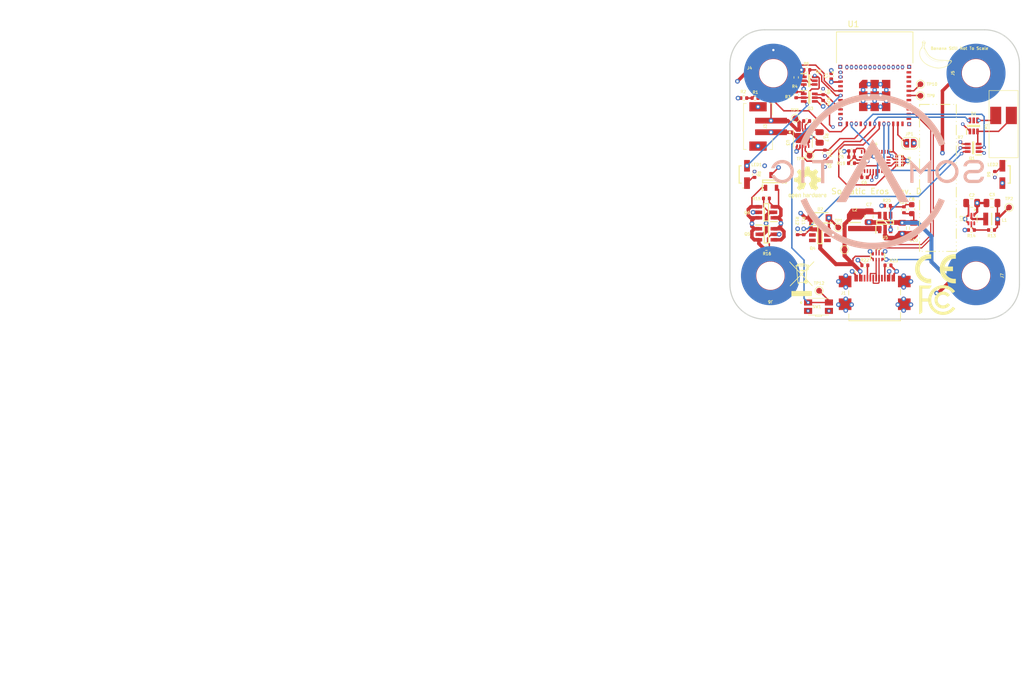
<source format=kicad_pcb>
(kicad_pcb (version 20221018) (generator pcbnew)
  (layers (0 "F.Cu" signal) (1 "In1.Cu" power) (2 "In2.Cu" power) (31 "B.Cu" signal) (34 "B.Paste" user) (35 "F.Paste" user) (36 "B.SilkS" user "B.Silkscreen") (37 "F.SilkS" user "F.Silkscreen") (38 "B.Mask" user) (39 "F.Mask" user) (44 "Edge.Cuts" user))
  (net 0 "")
  (net 1 "GND")
  (net 2 "/Eros Tracker Power & Battery/VIN")
  (net 3 "+3V3")
  (net 4 "Net-(U4-CAP)")
  (net 5 "+BATT")
  (net 6 "/Eros Tracker Connectors/VBUS")
  (net 7 "Net-(J1-CC1)")
  (net 8 "/Eros Tracker Connectors/USB_D+")
  (net 9 "/Eros Tracker Connectors/USB_D-")
  (net 11 "Net-(J1-CC2)")
  (net 13 "/Eros Tracker BNO086 IMU/~{RESET}")
  (net 14 "/Eros Tracker BNO086 IMU/I2C_SDA")
  (net 15 "/Eros Tracker BNO086 IMU/I2C_SCL")
  (net 16 "Net-(U2-SW)")
  (net 17 "Net-(LED1-K)")
  (net 18 "Net-(LED1-A)")
  (net 19 "Net-(LED2-K)")
  (net 20 "Net-(Q2A-G1)")
  (net 21 "/Eros Tracker Microcontroller/~{BUTTON_INPUT}")
  (net 22 "/Eros Tracker Microcontroller/~{BAT_STAT_CHARGING}")
  (net 23 "/Eros Tracker Microcontroller/~{LED}")
  (net 24 "/Eros Tracker Connectors/VBUS_OUT")
  (net 25 "/Eros Tracker Microcontroller/~{BAT_STAT_CHRG_DONE}")
  (net 26 "/Eros Tracker Connectors/POWER_VIN2")
  (net 27 "/Eros Tracker Connectors/POWER_VIN1")
  (net 28 "/Eros Tracker Microcontroller/ENABLE_LATCH")
  (net 29 "Net-(U2-FB)")
  (net 30 "Net-(U3-PROG)")
  (net 31 "Net-(U3-THERM)")
  (net 32 "Net-(U4-~{BOOTN})")
  (net 33 "Net-(U4-ENV_SCL)")
  (net 34 "Net-(U4-ENV_SDA)")
  (net 35 "/Eros Tracker BNO086 IMU/INT")
  (net 48 "/Eros Tracker Microcontroller/MCU_ENABLE")
  (net 63 "/Eros Tracker Microcontroller/TACT_MOTOR")
  (net 66 "Net-(Q1A-D1)")
  (net 67 "Net-(U1-RXD0)")
  (net 68 "Net-(U1-TXD0)")
  (net 69 "/Eros Tracker Microcontroller/ADC_BATT_V")
  (net 70 "Net-(FL1-D-_1)")
  (net 71 "Net-(FL1-D+_1)")
  (net 72 "Net-(U5-FB)")
  (net 73 "Net-(D1A-A1)")
  (net 74 "Net-(D1C-A3)")
  (net 75 "Net-(U5-SW)")
  (footprint "Resistor_SMD:R_0402_1005Metric" (layer "F.Cu") (at 156.4 103.2 90)
    (fp_text reference "R20")
    (fp_text value "10k 1%")
  )
  (footprint "Eros Tracker:DFE2HCAH1R0MJ0L" (layer "F.Cu") (at 161.55 113.3 -90)
    (fp_text reference "L2")
    (fp_text value "2.2uH" hide)
  )
  (footprint "Eros Tracker:2488x-NPTH" (layer "F.Cu") (at 147 122.5)
    (fp_text reference "J6")
    (fp_text value "24881" hide)
  )
  (footprint "Eros Tracker:FCC-Logo_6.2x5.0mm_SilkScreen" (layer "F.Cu") (at 175.8 126.7)
    (fp_text reference "G4" hide)
    (fp_text value "~" hide)
  )
  (footprint "Resistor_SMD:R_0402_1005Metric" (layer "F.Cu") (at 156.4 101.3 90)
    (fp_text reference "R10")
    (fp_text value "10k 1%")
  )
  (footprint "Eros Tracker:CE-Logo_7.0x5.0mm_SilkScreen" (layer "F.Cu") (at 175.5 121.3)
    (fp_text reference "G3" hide)
    (fp_text value "~" hide)
  )
  (footprint "Resistor_SMD:R_0402_1005Metric" (layer "F.Cu") (at 167.2 110.4 180)
    (fp_text reference "R25")
    (fp_text value "100k")
  )
  (footprint "Jumper:SolderJumper-2_P1.3mm_Open_RoundedPad1.0x1.5mm" (layer "F.Cu") (at 171.1 99.6 180)
    (fp_text reference "JP1")
    (fp_text value "BOOT")
  )
  (footprint "Capacitor_SMD:C_0402_1005Metric" (layer "F.Cu") (at 163.25 105.5 180)
    (fp_text reference "C6")
    (fp_text value "0.1uF")
  )
  (footprint "Eros Tracker:XCVR_ESP32-C3-MINI-1-N4" (layer "F.Cu") (at 165 88.65)
    (fp_text reference "U1")
    (fp_text value "ESP32-C3-MINI-1-N4")
  )
  (footprint "Capacitor_SMD:C_0805_2012Metric" (layer "F.Cu") (at 181.74784 109.93406)
    (fp_text reference "C2")
    (fp_text value "4.7uF")
  )
  (footprint "TestPoint:TestPoint_Pad_D1.0mm" (layer "F.Cu") (at 172.9 89.4)
    (fp_text reference "TP10")
    (fp_text value "TestPoint")
  )
  (footprint "Eros Tracker:APDA3020LVBCD" (layer "F.Cu") (at 188.25 105 -90)
    (fp_text reference "LED2")
    (fp_text value "APDA3020LVBC_D" hide)
  )
  (footprint "Eros Tracker:APDA3020LVBCD" (layer "F.Cu") (at 141.75 105 90)
    (fp_text reference "LED1")
    (fp_text value "APDA3020LVBC_D" hide)
  )
  (footprint "Resistor_SMD:R_0402_1005Metric" (layer "F.Cu") (at 152.740065 114.9 90)
    (fp_text reference "R11")
    (fp_text value "100k")
  )
  (footprint "Capacitor_SMD:C_0805_2012Metric" (layer "F.Cu") (at 171.75 114.3 -90)
    (fp_text reference "C10")
    (fp_text value "DNI")
  )
  (footprint "Resistor_SMD:R_0402_1005Metric" (layer "F.Cu") (at 144.339999 91.8 180)
    (fp_text reference "R1")
    (fp_text value "45k3 1%")
  )
  (footprint "Eros Tracker:SOT95P285X140-6N" (layer "F.Cu") (at 146.3 111.54 180)
    (fp_text reference "Q6")
    (fp_text value "DMC1028UVT-7" hide)
  )
  (footprint "Eros Tracker:2488x-NPTH" (layer "F.Cu") (at 147.5 87.5 90)
    (fp_text reference "J4")
    (fp_text value "24881" hide)
  )
  (footprint "Capacitor_SMD:C_0402_1005Metric" (layer "F.Cu") (at 161.0125 100.95186 180)
    (fp_text reference "C4")
    (fp_text value "0.1uF")
  )
  (footprint "Resistor_SMD:R_0402_1005Metric" (layer "F.Cu") (at 161 103.05)
    (fp_text reference "R19")
    (fp_text value "10k 1%")
  )
  (footprint "TestPoint:TestPoint_Pad_D1.0mm" (layer "F.Cu") (at 155.4 125.1)
    (fp_text reference "TP12")
    (fp_text value "TestPoint")
  )
  (footprint "Resistor_SMD:R_0402_1005Metric" (layer "F.Cu") (at 153.28 86.93 180)
    (fp_text reference "R5")
    (fp_text value "10k 1%")
  )
  (footprint "Capacitor_SMD:C_0603_1608Metric" (layer "F.Cu") (at 171.4 111 90)
    (fp_text reference "C8")
    (fp_text value "DNI")
  )
  (footprint "Resistor_SMD:R_0402_1005Metric" (layer "F.Cu") (at 156.1 90.7 90)
    (fp_text reference "R6")
    (fp_text value "100k")
  )
  (footprint "TestPoint:TestPoint_Pad_D1.0mm" (layer "F.Cu") (at 153.750001 101.766201 -90)
    (fp_text reference "TP8")
    (fp_text value "TestPoint")
  )
  (footprint "Eros Tracker:B2BPHSM4TBLFSN" (layer "F.Cu") (at 144.85 96.7 90)
    (fp_text reference "J3")
    (fp_text value "B2B-PH-SM4-TB(LF)(SN)" hide)
  )
  (footprint "Eros Tracker:SOT95P230X110-3N" (layer "F.Cu") (at 147.1 106.2 90)
    (fp_text reference "D3")
    (fp_text value "PESD5V2S2UT,215" hide)
  )
  (footprint "Resistor_SMD:R_0402_1005Metric" (layer "F.Cu") (at 185.175 114.6 180)
    (fp_text reference "R13")
    (fp_text value "45k3 1%")
  )
  (footprint "Resistor_SMD:R_0805_2012Metric" (layer "F.Cu") (at 155.5 98.6037 -90)
    (fp_text reference "R17")
    (fp_text value "835R")
  )
  (footprint "Eros Tracker:2488x-NPTH" (layer "F.Cu") (at 182.5 87.5 90)
    (fp_text reference "J5")
    (fp_text value "24881" hide)
  )
  (footprint "Eros Tracker:SOT95P285X140-6N" (layer "F.Cu") (at 155.540065 115.45)
    (fp_text reference "Q4")
    (fp_text value "DMP2240UDM-7" hide)
  )
  (footprint "TestPoint:TestPoint_Pad_D1.0mm" (layer "F.Cu") (at 188.2 110.7)
    (fp_text reference "TP2")
    (fp_text value "TestPoint")
  )
  (footprint "Resistor_SMD:R_0402_1005Metric" (layer "F.Cu") (at 163.3 120.7 180)
    (fp_text reference "R22")
    (fp_text value "5k1")
  )
  (footprint "Eros Tracker:EVQ-P7J01P" (layer "F.Cu") (at 155 127.85)
    (fp_text reference "SW1")
    (fp_text value "EVQ-P7A01P" hide)
  )
  (footprint "Resistor_SMD:R_0402_1005Metric" (layer "F.Cu") (at 142.39 91.8 180)
    (fp_text reference "R2")
    (fp_text value "10k 1%")
  )
  (footprint "Eros Tracker:LCM04084521-B1" (layer "F.Cu") (at 187.25 96.3 90)
    (fp_text reference "M1")
    (fp_text value "LCM04084521-B1")
  )
  (footprint "Eros Tracker:CAY10-xxxJ4" (layer "F.Cu") (at 169.3 102.65 -90)
    (fp_text reference "RN1")
    (fp_text value "2.2k")
  )
  (footprint "Eros Tracker:SOT65P210X110-6N" (layer "F.Cu") (at 182.1 96.6125 90)
    (fp_text reference "D1")
    (fp_text value "BAS40VYX" hide)
  )
  (footprint "Eros Tracker:TPS62A0xA-SOT-563" (layer "F.Cu") (at 181.7 112.7 -90)
    (fp_text reference "U2")
    (fp_text value "TPS62A01A" hide)
  )
  (footprint "Resistor_SMD:R_0402_1005Metric" (layer "F.Cu") (at 146.3 109.14)
    (fp_text reference "R15")
    (fp_text value "10k 1%")
  )
  (footprint "TestPoint:TestPoint_Pad_D1.0mm" (layer "F.Cu") (at 151.3 95.3)
    (fp_text reference "TP3")
    (fp_text value "TestPoint")
  )
  (footprint "Resistor_SMD:R_0402_1005Metric" (layer "F.Cu") (at 167.3 120.7)
    (fp_text reference "R23")
    (fp_text value "5k1")
  )
  (footprint "Eros Tracker:SOT95P285X140-6N" (layer "F.Cu") (at 146.3 115.34)
    (fp_text reference "Q5")
    (fp_text value "DMC1028UVT-7" hide)
  )
  (footprint "Resistor_SMD:R_0402_1005Metric" (layer "F.Cu") (at 181.7 114.6 180)
    (fp_text reference "R14")
    (fp_text value "10k 1%")
  )
  (footprint "Capacitor_SMD:C_0805_2012Metric" (layer "F.Cu") (at 169.75 114.3 -90)
    (fp_text reference "C9")
    (fp_text value "22uF")
  )
  (footprint "TestPoint:TestPoint_Pad_D1.0mm" (layer "F.Cu") (at 158.72284 114.16594)
    (fp_text reference "TP1")
    (fp_text value "TestPoint")
  )
  (footprint "Eros Tracker:USB4110GFA" (layer "F.Cu") (at 165 126.6)
    (fp_text reference "J1")
    (fp_text value "USB4110-GF-A" hide)
  )
  (footprint "TestPoint:TestPoint_Pad_D1.0mm" (layer "F.Cu") (at 172.9 91.4)
    (fp_text reference "TP9")
    (fp_text value "TestPoint")
  )
  (footprint "Eros Tracker:MCP73834-FCI-MF" (layer "F.Cu") (at 152.600001 98.703 90)
    (fp_text reference "U3")
    (fp_text value "MCP73834-FCI/MF" hide)
  )
  (footprint "Resistor_SMD:R_0402_1005Metric" (layer "F.Cu") (at 185.75 105 -90)
    (fp_text reference "R9")
    (fp_text value "22R")
  )
  (footprint "Symbol:WEEE-Logo_4.2x6mm_SilkScreen" (layer "F.Cu") (at 152.4 123)
    (fp_text reference "G5" hide)
    (fp_text value "~" hide)
  )
  (footprint "Capacitor_SMD:C_0805_2012Metric" (layer "F.Cu") (at 185.24784 109.93406 180)
    (fp_text reference "C3")
    (fp_text value "22uF")
  )
  (footprint "Resistor_SMD:R_0402_1005Metric" (layer "F.Cu") (at 179.8 99.9 90)
    (fp_text reference "R7")
    (fp_text value "10k 1%")
  )
  (footprint "Capacitor_SMD:C_0402_1005Metric" (layer "F.Cu") (at 161 102 180)
    (fp_text reference "C5")
    (fp_text value "0.1uF")
  )
  (footprint "Capacitor_SMD:C_0805_2012Metric" (layer "F.Cu") (at 164 112.3 -90)
    (fp_text reference "C7")
    (fp_text value "22uF")
  )
  (footprint "Eros Tracker:SOT65P210X110-6N" (layer "F.Cu") (at 153.7 88.8)
    (fp_text reference "Q2")
    (fp_text value "NX138BKSX" hide)
  )
  (footprint "Resistor_SMD:R_0402_1005Metric" (layer "F.Cu") (at 151.44 91.23 -90)
    (fp_text reference "R3")
    (fp_text value "100k")
  )
  (footprint "Resistor_SMD:R_0402_1005Metric" (layer "F.Cu") (at 146.3 117.74)
    (fp_text reference "R16")
    (fp_text value "10k 1%")
  )
  (footprint "Symbol:OSHW-Logo2_7.3x6mm_SilkScreen" (layer "F.Cu") (at 153.4 106.4)
    (fp_text reference "G6" hide)
    (fp_text value "~" hide)
  )
  (footprint "Eros Tracker:SOT65P210X110-6N" (layer "F.Cu") (at 153.7 91.72)
    (fp_text reference "Q3")
    (fp_text value "DMP31D7LDW-7" hide)
  )
  (footprint "Resistor_SMD:R_0402_1005Metric" (layer "F.Cu") (at 144.25 105 90)
    (fp_text reference "R8")
    (fp_text value "22R")
  )
  (footprint "Eros Tracker:SOT95P280X145-6N" (layer "F.Cu") (at 166.8 113.3 90)
    (fp_text reference "U5")
    (fp_text value "TLV61070ADBVR" hide)
  )
  (footprint "Eros Tracker:2488x-NPTH" (layer "F.Cu") (at 182.5 122.5 90)
    (fp_text reference "J7")
    (fp_text value "24881" hide)
  )
  (footprint "Resistor_SMD:R_0402_1005Metric" (layer "F.Cu") (at 156.1 92.72 90)
    (fp_text reference "R24")
    (fp_text value "10k 1%")
  )
  (footprint "Resistor_SMD:R_0402_1005Metric" (layer "F.Cu") (at 151.7 114.9 90)
    (fp_text reference "R12")
    (fp_text value "10k 1%")
  )
  (footprint "Resistor_SMD:R_0402_1005Metric" (layer "F.Cu") (at 170.05 111.1 90)
    (fp_text reference "R21")
    (fp_text value "10k 1%")
  )
  (footprint "Resistor_SMD:R_0402_1005Metric" (layer "F.Cu") (at 151.44 88.23 -90)
    (fp_text reference "R4")
    (fp_text value "100k")
  )
  (footprint "TestPoint:TestPoint_Pad_D1.0mm" (layer "F.Cu") (at 159.8 118)
    (fp_text reference "TP4")
    (fp_text value "TestPoint")
  )
  (footprint "Capacitor_SMD:C_0402_1005Metric" (layer "F.Cu") (at 157.5 88.02 90)
    (fp_text reference "C1")
    (fp_text value "0.1uF")
  )
  (footprint "Eros Tracker:ECMF024CMX8" (layer "F.Cu") (at 165.5 119.2)
    (fp_text reference "FL1")
    (fp_text value "ECMF02-4CMX8" hide)
  )
  (footprint "Package_LGA:LGA-28_5.2x3.8mm_P0.5mm" (layer "F.Cu") (at 165 102.75)
    (fp_text reference "U4")
    (fp_text value "BNO086")
  )
  (footprint "Eros Tracker:SOT65P210X110-6N" (layer "F.Cu") (at 182 100.4 180)
    (fp_text reference "Q1")
    (fp_text value "NX138BKSX" hide)
  )
  (footprint "Resistor_SMD:R_0402_1005Metric" (layer "F.Cu") (at 153.25 95.7662)
    (fp_text reference "R18")
    (fp_text value "10k 1%")
  )
  (footprint "Eros Tracker:SomaticBananaLogo" (layer "F.Cu") (at 175.5 84.3)
    (fp_text reference "G2" hide)
    (fp_text value "~" hide)
  )
  (footprint "Eros Tracker:SODFL3618X143N" (layer "F.Cu") (at 155.540065 112.5 180)
    (fp_text reference "D2")
    (fp_text value "SS34FA" hide)
  )
  (footprint "Eros Tracker:DFE2HCAH1R0MJ0L" (layer "F.Cu") (at 185.2 112.7)
    (fp_text reference "L1")
    (fp_text value "1uH" hide)
  )
  (footprint "Eros Tracker:10mmDisc" (layer "B.Cu") (at 182.5 87.5)
    (fp_text reference "J9" hide)
    (fp_text value "~")
  )
  (footprint "Eros Tracker:10mmDisc" (layer "B.Cu") (at 182.5 122.5 90)
    (fp_text reference "J8" hide)
    (fp_text value "~")
  )
  (footprint "Eros Tracker:10mmDisc" (layer "B.Cu") (at 147.5 87.5 90)
    (fp_text reference "J11" hide)
    (fp_text value "~")
  )
  (footprint "Eros Tracker:SomaticLogo" (layer "B.Cu") (at 164.8875 104.39814 180)
    (fp_text reference "G1" hide)
    (fp_text value "~" hide)
  )
  (footprint "Eros Tracker:10mmDisc" (layer "B.Cu") (at 147 122.5 -90)
    (fp_text reference "J10" hide)
    (fp_text value "~")
  )
  (gr_rect (start 172.75 92.9) (end 179.1 118.3) (stroke (width 0.153) (type dash_dot_dot)) (fill solid) (layer "F.SilkS"))
  (gr_line (start 146 80) (end 184 80) (stroke (width 0.2)) (layer "Edge.Cuts"))
  (gr_arc (start 146 130) (mid 141.757359 128.242641) (end 140 124) (stroke (width 0.2)) (layer "Edge.Cuts"))
  (gr_arc (start 190 124) (mid 188.242641 128.242641) (end 184 130) (stroke (width 0.2)) (layer "Edge.Cuts"))
  (gr_arc (start 140 86) (mid 141.757359 81.757359) (end 146 80) (stroke (width 0.2)) (layer "Edge.Cuts"))
  (gr_arc (start 184 80) (mid 188.242641 81.757359) (end 190 86) (stroke (width 0.2)) (layer "Edge.Cuts"))
  (gr_line (start 184 130) (end 146 130) (stroke (width 0.2)) (layer "Edge.Cuts"))
  (gr_line (start 190 86) (end 190 124) (stroke (width 0.2)) (layer "Edge.Cuts"))
  (gr_line (start 140 124) (end 140 86) (stroke (width 0.2)) (layer "Edge.Cuts"))
  (gr_text "Somatic Eros Rev. D" (at 157.4 108.5) (layer "F.SilkS") (effects (font (size 1 1)) (justify left bottom)))
  (gr_text "Banana Still Not To Scale" (at 174.6 83.5) (layer "F.SilkS") (effects (font (size 0.5 0.5) (thickness 0.1)) (justify left bottom)))
  (segment (start 168.7595 121.7495) (end 167.81 120.8) (width 0.3) (layer "F.Cu") (net 1))
  (segment (start 167.3875 103) (end 165.969797 103) (width 0.25) (layer "F.Cu") (net 1))
  (segment (start 161.65 122.922) (end 161.65 122.2995) (width 0.3) (layer "F.Cu") (net 1))
  (segment (start 152.999999 97.1192) (end 152.999999 96.526201) (width 0.25) (layer "F.Cu") (net 1))
  (segment (start 168.35 122.922) (end 168.35 122.1995) (width 0.3) (layer "F.Cu") (net 1))
  (segment (start 164.75 118.7) (end 164.6 118.7) (width 0.25) (layer "F.Cu") (net 1))
  (segment (start 166.8 114.55) (end 166.8 115.6) (width 0.25) (layer "F.Cu") (net 1))
  (segment (start 162.75 104.4125) (end 162.75 105.48) (width 0.25) (layer "F.Cu") (net 1))
  (segment (start 183.9 101.3) (end 183.65 101.05) (width 0.25) (layer "F.Cu") (net 1))
  (segment (start 182.69784 111.46594) (end 182.19784 111.96594) (width 0.35) (layer "F.Cu") (net 1))
  (segment (start 162.75 103.6375) (end 162.6125 103.5) (width 0.25) (layer "F.Cu") (net 1))
  (segment (start 184.29784 109.93406) (end 182.69784 109.93406) (width 0.4) (layer "F.Cu") (net 1))
  (segment (start 166.4 118.7) (end 166.8 118.3) (width 0.25) (layer "F.Cu") (net 1))
  (segment (start 153.500001 99.516201) (end 152.5 98.5162) (width 0.25) (layer "F.Cu") (net 1))
  (segment (start 180.16 99.75) (end 179.8 99.39) (width 0.25) (layer "F.Cu") (net 1))
  (segment (start 169.75 115.25) (end 171.75 115.25) (width 0.25) (layer "F.Cu") (net 1))
  (segment (start 168.35 122.1995) (end 168.8 121.7495) (width 0.3) (layer "F.Cu") (net 1))
  (segment (start 164.722537 102) (end 162.6125 102) (width 0.25) (layer "F.Cu") (net 1))
  (segment (start 166.8 115.6) (end 167.1 115.9) (width 0.25) (layer "F.Cu") (net 1))
  (segment (start 147.1 97.7) (end 150.707 97.7) (width 0.6) (layer "F.Cu") (net 1))
  (segment (start 146.5 116.7) (end 146.81 117.01) (width 0.25) (layer "F.Cu") (net 1))
  (segment (start 160.5325 100.95186) (end 160.5325 101.9875) (width 0.25) (layer "F.Cu") (net 1))
  (segment (start 152.75 88.15) (end 152.75 86.95) (width 0.25) (layer "F.Cu") (net 1))
  (segment (start 152.999999 96.526201) (end 153.76 95.7662) (width 0.25) (layer "F.Cu") (net 1))
  (segment (start 164.6 118.7) (end 164.2 118.3) (width 0.25) (layer "F.Cu") (net 1))
  (segment (start 166.35 113.25) (end 166.8 113.7) (width 0.25) (layer "F.Cu") (net 1))
  (segment (start 146.81 117.01) (end 146.81 117.74) (width 0.25) (layer "F.Cu") (net 1))
  (segment (start 162.75 104.0975) (end 162.75 103.6375) (width 0.25) (layer "F.Cu") (net 1))
  (segment (start 150.707 97.7) (end 151.71 98.703) (width 0.6) (layer "F.Cu") (net 1))
  (segment (start 166.8 113.7) (end 166.8 114.55) (width 0.25) (layer "F.Cu") (net 1))
  (segment (start 147.165 115.34) (end 146.5 116.005) (width 0.25) (layer "F.Cu") (net 1))
  (segment (start 157.5 87.54) (end 157.5 87.02) (width 0.25) (layer "F.Cu") (net 1))
  (segment (start 164.846167 101.658167) (end 164.75 101.562) (width 0.25) (layer "F.Cu") (net 1))
  (segment (start 161.65 122.2995) (end 161.1 121.7495) (width 0.3) (layer "F.Cu") (net 1))
  (segment (start 164.846167 101.87637) (end 164.722537 102) (width 0.25) (layer "F.Cu") (net 1))
  (segment (start 169.1 115.9) (end 169.75 115.25) (width 0.25) (layer "F.Cu") (net 1))
  (segment (start 164.846167 101.87637) (end 164.846167 101.658167) (width 0.25) (layer "F.Cu") (net 1))
  (segment (start 165.469797 103.5) (end 162.6125 103.5) (width 0.25) (layer "F.Cu") (net 1))
  (segment (start 159.79814 100.95186) (end 159.75 101) (width 0.25) (layer "F.Cu") (net 1))
  (segment (start 146.5 116.005) (end 146.5 116.7) (width 0.25) (layer "F.Cu") (net 1))
  (segment (start 144 111.54) (end 145 111.54) (width 0.6) (layer "F.Cu") (net 1))
  (segment (start 152.5 98.5162) (end 154 98.5162) (width 0.25) (layer "F.Cu") (net 1))
  (segment (start 153.500001 99.9132) (end 153.500001 99.516201) (width 0.25) (layer "F.Cu") (net 1))
  (segment (start 182.69784 109.93406) (end 182.69784 111.46594) (width 0.4) (layer "F.Cu") (net 1))
  (segment (start 165.969797 103) (end 164.846167 101.87637) (width 0.25) (layer "F.Cu") (net 1))
  (segment (start 166.25 118.7) (end 166.4 118.7) (width 0.25) (layer "F.Cu") (net 1))
  (segment (start 152.999999 97.1192) (end 152.999999 98.016201) (width 0.25) (layer "F.Cu") (net 1))
  (segment (start 164.25 101.0875) (end 164.75 101.0875) (width 0.25) (layer "F.Cu") (net 1))
  (segment (start 183.65 101.05) (end 182.95 101.05) (width 0.25) (layer "F.Cu") (net 1))
  (segment (start 180.575 114.6) (end 181.19 114.6) (width 0.25) (layer "F.Cu") (net 1))
  (segment (start 181.05 99.75) (end 180.16 99.75) (width 0.25) (layer "F.Cu") (net 1))
  (segment (start 167.1 115.9) (end 169.1 115.9) (width 0.25) (layer "F.Cu") (net 1))
  (segment (start 154.5 98.5162) (end 154 98.5162) (width 0.25) (layer "F.Cu") (net 1))
  (segment (start 141.879999 91.8) (end 141.399999 91.8) (width 0.3) (layer "F.Cu") (net 1))
  (segment (start 164.75 101.562) (end 164.75 101.0875) (width 0.25) (layer "F.Cu") (net 1))
  (segment (start 162.79 120.49) (end 162.1 119.8) (width 0.25) (layer "F.Cu") (net 1))
  (segment (start 147.1 105.1) (end 148.4 103.8) (width 0.25) (layer "F.Cu") (net 1))
  (segment (start 155.5 99.5162) (end 154.5 98.5162) (width 0.25) (layer "F.Cu") (net 1))
  (segment (start 168.8 121.7495) (end 168.7595 121.7495) (width 0.3) (layer "F.Cu") (net 1))
  (segment (start 164 113.25) (end 166.35 113.25) (width 0.25) (layer "F.Cu") (net 1))
  (segment (start 160.5325 100.95186) (end 159.79814 100.95186) (width 0.25) (layer "F.Cu") (net 1))
  (segment (start 162.79 120.8) (end 162.79 120.49) (width 0.25) (layer "F.Cu") (net 1))
  (segment (start 165.969797 103) (end 165.469797 103.5) (width 0.25) (layer "F.Cu") (net 1))
  (segment (start 147.6 115.34) (end 148.5 115.34) (width 0.6) (layer "F.Cu") (net 1))
  (via (at 164.2 86.45) (size 0.6) (drill 0.3) (layers "F.Cu" "B.Cu") (net 1))
  (via (at 163.4 86.45) (size 0.6) (drill 0.3) (layers "F.Cu" "B.Cu") (net 1))
  (via (at 157.5 87.02) (size 0.8) (drill 0.4) (layers "F.Cu" "B.Cu") (net 1))
  (via (at 159.05 86.4) (size 0.6) (drill 0.3) (layers "F.Cu" "B.Cu") (net 1))
  (via (at 141.399999 91.8) (size 0.8) (drill 0.4) (layers "F.Cu" "B.Cu") (net 1))
  (via (at 162.1 119.8) (size 0.8) (drill 0.4) (layers "F.Cu" "B.Cu") (net 1))
  (via (at 163 90.4) (size 0.8) (drill 0.4) (layers "F.Cu" "B.Cu") (net 1))
  (via (at 167.4 86.45) (size 0.6) (drill 0.3) (layers "F.Cu" "B.Cu") (net 1))
  (via (at 148.4 103.8) (size 0.8) (drill 0.4) (layers "F.Cu" "B.Cu") (net 1))
  (via (at 169.75 115.25) (size 0.8) (drill 0.4) (layers "F.Cu" "B.Cu") (net 1))
  (via (at 165 86.45) (size 0.6) (drill 0.3) (layers "F.Cu" "B.Cu") (net 1))
  (via (at 164.2 118.3) (size 0.8) (drill 0.4) (layers "F.Cu" "B.Cu") (net 1))
  (via (at 169.8 86.45) (size 0.6) (drill 0.3) (layers "F.Cu" "B.Cu") (net 1))
  (via (at 158.75 127.5) (size 0.8) (drill 0.4) (layers "F.Cu" "B.Cu") (net 1))
  (via (at 156.1 90.19) (size 0.6) (drill 0.3) (layers "F.Cu" "B.Cu") (net 1))
  (via (at 171.8 99.6) (size 0.8) (drill 0.4) (layers "F.Cu" "B.Cu") (net 1))
  (via (at 167 90.4) (size 0.8) (drill 0.4) (layers "F.Cu" "B.Cu") (net 1))
  (via (at 171.25 127.5) (size 0.8) (drill 0.4) (layers "F.Cu" "B.Cu") (net 1))
  (via (at 180.575 114.6) (size 0.8) (drill 0.4) (layers "F.Cu" "B.Cu") (net 1))
  (via (at 170.95 86.4) (size 0.6) (drill 0.3) (layers "F.Cu" "B.Cu") (net 1))
  (via (at 166 91.3) (size 0.8) (drill 0.4) (layers "F.Cu" "B.Cu") (net 1))
  (via (at 185.75 105.51) (size 0.6) (drill 0.3) (layers "F.Cu" "B.Cu") (net 1))
  (via (at 167 92.3) (size 0.8) (drill 0.4) (layers "F.Cu" "B.Cu") (net 1))
  (via (at 165.8 86.45) (size 0.6) (drill 0.3) (layers "F.Cu" "B.Cu") (net 1))
  (via (at 148.5 115.34) (size 0.8) (drill 0.4) (layers "F.Cu" "B.Cu") (net 1))
  (via (at 170 122.5) (size 0.8) (drill 0.4) (layers "F.Cu" "B.Cu") (net 1))
  (via (at 158.75 123.5) (size 0.8) (drill 0.4) (layers "F.Cu" "B.Cu") (net 1))
  (via (at 164 113.25) (size 0.8) (drill 0.4) (layers "F.Cu" "B.Cu") (net 1))
  (via (at 164 91.3) (size 0.8) (drill 0.4) (layers "F.Cu" "B.Cu") (net 1))
  (via (at 164.846167 101.87637) (size 0.8) (drill 0.4) (layers "F.Cu" "B.Cu") (net 1))
  (via (at 144.25 104.49) (size 0.6) (drill 0.3) (layers "F.Cu" "B.Cu") (net 1))
  (via (at 151.7 114.390001) (size 0.8) (drill 0.4) (layers "F.Cu" "B.Cu") (net 1))
  (via (at 154 98.5162) (size 0.8) (drill 0.4) (layers "F.Cu" "B.Cu") (net 1))
  (via (at 166.6 86.45) (size 0.6) (drill 0.3) (layers "F.Cu" "B.Cu") (net 1))
  (via (at 166.8 118.3) (size 0.8) (drill 0.4) (layers "F.Cu" "B.Cu") (net 1))
  (via (at 161.8 86.45) (size 0.6) (drill 0.3) (layers "F.Cu" "B.Cu") (net 1))
  (via (at 144.85 93.3) (size 0.8) (drill 0.4) (layers "F.Cu" "B.Cu") (net 1))
  (via (at 169 86.45) (size 0.6) (drill 0.3) (layers "F.Cu" "B.Cu") (net 1))
  (via (at 160 128.5) (size 0.8) (drill 0.4) (layers "F.Cu" "B.Cu") (net 1))
  (via (at 166.2 110.4) (size 0.8) (drill 0.4) (layers "F.Cu" "B.Cu") (net 1))
  (via (at 170.95 96.3) (size 0.6) (drill 0.3) (layers "F.Cu" "B.Cu") (net 1))
  (via (at 170 128.5) (size 0.8) (drill 0.4) (layers "F.Cu" "B.Cu") (net 1))
  (via (at 161 86.45) (size 0.6) (drill 0.3) (layers "F.Cu" "B.Cu") (net 1))
  (via (at 161 127.5) (size 0.8) (drill 0.4) (layers "F.Cu" "B.Cu") (net 1))
  (via (at 168.8 121.7495) (size 0.8) (drill 0.4) (layers "F.Cu" "B.Cu") (net 1))
  (via (at 164 89.4) (size 0.8) (drill 0.4) (layers "F.Cu" "B.Cu") (net 1))
  (via (at 160 122.5) (size 0.8) (drill 0.4) (layers "F.Cu" "B.Cu") (net 1))
  (via (at 169 127.5) (size 0.8) (drill 0.4) (layers "F.Cu" "B.Cu") (net 1))
  (via (at 144 111.54) (size 0.8) (drill 0.4) (layers "F.Cu" "B.Cu") (net 1))
  (via (at 170 124.5) (size 0.8) (drill 0.4) (layers "F.Cu" "B.Cu") (net 1))
  (via (at 159.1 88.15) (size 0.6) (drill 0.3) (layers "F.Cu" "B.Cu") (net 1))
  (via (at 165 92.3) (size 0.8) (drill 0.4) (layers "F.Cu" "B.Cu") (net 1))
  (via (at 147.5 83.5) (size 0.8) (drill 0.4) (layers "F.Cu" "B.Cu") (net 1))
  (via (at 164 93.3) (size 0.8) (drill 0.4) (layers "F.Cu" "B.Cu") (net 1))
  (via (at 171.25 123.5) (size 0.8) (drill 0.4) (layers "F.Cu" "B.Cu") (net 1))
  (via (at 159.75 101) (size 0.8) (drill 0.4) (layers "F.Cu" "B.Cu") (net 1))
  (via (at 160 124.5) (size 0.8) (drill 0.4) (layers "F.Cu" "B.Cu") (net 1))
  (via (at 147.1 97.7) (size 0.8) (drill 0.4) (layers "F.Cu" "B.Cu") (net 1))
  (via (at 168.2 86.45) (size 0.6) (drill 0.3) (layers "F.Cu" "B.Cu") (net 1))
  (via (at 161.1 121.7495) (size 0.8) (drill 0.4) (layers "F.Cu" "B.Cu") (net 1))
  (via (at 144.85 100.1) (size 0.8) (drill 0.4) (layers "F.Cu" "B.Cu") (net 1))
  (via (at 159.1 87.35) (size 0.6) (drill 0.3) (layers "F.Cu" "B.Cu") (net 1))
  (via (at 160.2 86.45) (size 0.6) (drill 0.3) (layers "F.Cu" "B.Cu") (net 1))
  (via (at 165 90.4) (size 0.8) (drill 0.4) (layers "F.Cu" "B.Cu") (net 1))
  (via (at 182.69784 109.93406) (size 0.8) (drill 0.4) (layers "F.Cu" "B.Cu") (net 1))
  (via (at 162.6 86.45) (size 0.6) (drill 0.3) (layers "F.Cu" "B.Cu") (net 1))
  (via (at 152.35 86.92) (size 0.8) (drill 0.4) (layers "F.Cu" "B.Cu") (net 1))
  (via (at 166 89.4) (size 0.8) (drill 0.4) (layers "F.Cu" "B.Cu") (net 1))
  (via (at 163 92.3) (size 0.8) (drill 0.4) (layers "F.Cu" "B.Cu") (net 1))
  (via (at 179.8 99.39) (size 0.6) (drill 0.3) (layers "F.Cu" "B.Cu") (net 1))
  (via (at 159.05 96.3) (size 0.6) (drill 0.3) (layers "F.Cu" "B.Cu") (net 1))
  (via (at 170 126.5) (size 0.8) (drill 0.4) (layers "F.Cu" "B.Cu") (net 1))
  (via (at 166 93.3) (size 0.8) (drill 0.4) (layers "F.Cu" "B.Cu") (net 1))
  (via (at 159.1 95.35) (size 0.6) (drill 0.3) (layers "F.Cu" "B.Cu") (net 1))
  (via (at 160 126.5) (size 0.8) (drill 0.4) (layers "F.Cu" "B.Cu") (net 1))
  (via (at 161.8 96.25) (size 0.6) (drill 0.3) (layers "F.Cu" "B.Cu") (net 1))
  (via (at 183.9 101.3) (size 0.6) (drill 0.3) (layers "F.Cu" "B.Cu") (net 1))
  (segment (start 157.090065 112.5) (end 157.090065 114.25) (width 0.4) (layer "F.Cu") (net 2))
  (segment (start 181.20216 113.43406) (end 180.6 112.8319) (width 0.3) (layer "F.Cu") (net 2))
  (segment (start 180.6 112.8319) (end 180.6 112.5681) (width 0.3) (layer "F.Cu") (net 2))
  (segment (start 157.090065 114.25) (end 156.840065 114.5) (width 0.4) (layer "F.Cu") (net 2))
  (segment (start 180.79784 109.93406) (end 181.19784 110.33406) (width 0.3) (layer "F.Cu") (net 2))
  (segment (start 157.090065 112.533165) (end 158.72284 114.16594) (width 0.4) (layer "F.Cu") (net 2))
  (segment (start 181.19784 110.33406) (end 181.19784 111.96594) (width 0.3) (layer "F.Cu") (net 2))
  (segment (start 180.6 112.5681) (end 181.20216 111.96594) (width 0.3) (layer "F.Cu") (net 2))
  (via (at 157.090065 112.5) (size 0.8) (drill 0.4) (layers "F.Cu" "B.Cu") (net 2))
  (via (at 180.6 112.7) (size 0.8) (drill 0.4) (layers "F.Cu" "B.Cu") (net 2))
  (segment (start 186.19784 109.93406) (end 186.19784 114.08716) (width 0.25) (layer "F.Cu") (net 3))
  (segment (start 163.25 100.7) (end 163.045 100.495) (width 0.25) (layer "F.Cu") (net 3))
  (segment (start 163.25 101.0875) (end 163.25 100.7) (width 0.25) (layer "F.Cu") (net 3))
  (segment (start 164.6 105.167402) (end 164.75 105.017402) (width 0.25) (layer "F.Cu") (net 3))
  (segment (start 163.712414 102.6545) (end 163.557914 102.5) (width 0.25) (layer "F.Cu") (net 3))
  (segment (start 152.75 90.24) (end 152.74 90.23) (width 0.25) (layer "F.Cu") (net 3))
  (segment (start 155.94 93.23) (end 155.06661 92.35661) (width 0.25) (layer "F.Cu") (net 3))
  (segment (start 151.44 90.72) (end 152.4 90.72) (width 0.25) (layer "F.Cu") (net 3))
  (segment (start 160.49 102.99) (end 161.48 102) (width 0.25) (layer "F.Cu") (net 3))
  (segment (start 169.8 102.9) (end 170.4 102.9) (width 0.25) (layer "F.Cu") (net 3))
  (segment (start 164.6 105.9) (end 164.6 105.167402) (width 0.25) (layer "F.Cu") (net 3))
  (segment (start 152.75 91.07) (end 152.75 90.24) (width 0.25) (layer "F.Cu") (net 3))
  (segment (start 169.8 102.4) (end 170.4 102.4) (width 0.25) (layer "F.Cu") (net 3))
  (segment (start 161.4925 100.95186) (end 161.4925 101.9875) (width 0.25) (layer "F.Cu") (net 3))
  (segment (start 162.6125 102.5) (end 161.98 102.5) (width 0.25) (layer "F.Cu") (net 3))
  (segment (start 161.98 102.5) (end 161.48 102) (width 0.25) (layer "F.Cu") (net 3))
  (segment (start 164.5 106) (end 164.6 105.9) (width 0.25) (layer "F.Cu") (net 3))
  (segment (start 169.9 101.9) (end 170.65 102.65) (width 0.25) (layer "F.Cu") (net 3))
  (segment (start 159.03 89.02) (end 157.5 89.02) (width 0.3) (layer "F.Cu") (net 3))
  (segment (start 152.74 90.23) (end 152.74 89.46) (width 0.25) (layer "F.Cu") (net 3))
  (segment (start 186.19784 114.08716) (end 185.685 114.6) (width 0.25) (layer "F.Cu") (net 3))
  (segment (start 164.75 105.017402) (end 164.75 104.4125) (width 0.25) (layer "F.Cu") (net 3))
  (segment (start 163.045 100.495) (end 161.94936 100.495) (width 0.25) (layer "F.Cu") (net 3))
  (segment (start 161.94936 100.495) (end 161.4925 100.95186) (width 0.25) (layer "F.Cu") (net 3))
  (segment (start 159.1 88.95) (end 159.03 89.02) (width 0.3) (layer "F.Cu") (net 3))
  (segment (start 163.557914 102.5) (end 162.6125 102.5) (width 0.25) (layer "F.Cu") (net 3))
  (segment (start 170.4 102.4) (end 170.65 102.65) (width 0.25) (layer "F.Cu") (net 3))
  (segment (start 169.9 103.4) (end 170.65 102.65) (width 0.25) (layer "F.Cu") (net 3))
  (segment (start 152.4 90.72) (end 152.75 91.07) (width 0.25) (layer "F.Cu") (net 3))
  (segment (start 170.4 102.9) (end 170.65 102.65) (width 0.25) (layer "F.Cu") (net 3))
  (segment (start 155.06661 92.35661) (end 154.65 92.35661) (width 0.25) (layer "F.Cu") (net 3))
  (segment (start 186.225 112.675) (end 188.2 110.7) (width 0.4) (layer "F.Cu") (net 3))
  (via (at 153.5 128.575) (size 0.6) (drill 0.3) (layers "F.Cu" "B.Cu") (net 3))
  (via (at 152.74 90.23) (size 0.8) (drill 0.4) (layers "F.Cu" "B.Cu") (net 3))
  (via (at 156.4 101.81) (size 0.6) (drill 0.3) (layers "F.Cu" "B.Cu") (net 3))
  (via (at 156.4 103.71) (size 0.6) (drill 0.3) (layers "F.Cu" "B.Cu") (net 3))
  (via (at 157.1 128.575) (size 0.6) (drill 0.3) (layers "F.Cu" "B.Cu") (net 3))
  (via (at 164.5 106) (size 0.6) (drill 0.3) (layers "F.Cu" "B.Cu") (net 3))
  (via (at 186.225 112.7) (size 0.8) (drill 0.4) (layers "F.Cu" "B.Cu") (net 3))
  (via (at 163.712414 102.6545) (size 0.8) (drill 0.4) (layers "F.Cu" "B.Cu") (net 3))
  (via (at 157.5 89.02) (size 0.8) (drill 0.4) (layers "F.Cu" "B.Cu") (net 3))
  (via (at 156.1 93.23) (size 0.8) (drill 0.4) (layers "F.Cu" "B.Cu") (net 3))
  (via (at 170.65 102.65) (size 0.8) (drill 0.4) (layers "F.Cu" "B.Cu") (net 3))
  (segment (start 164.25 104.98) (end 163.73 105.5) (width 0.25) (layer "F.Cu") (net 4))
  (segment (start 164.25 104.4125) (end 164.25 104.98) (width 0.25) (layer "F.Cu") (net 4))
  (segment (start 183 95.6625) (end 185.0375 95.6625) (width 0.25) (layer "F.Cu") (net 5))
  (segment (start 151.945 95.945) (end 151.3 95.3) (width 0.6) (layer "F.Cu") (net 5))
  (segment (start 151.945 97.3) (end 151.945 95.945) (width 0.6) (layer "F.Cu") (net 5))
  (segment (start 157.490065 115.45) (end 156.840065 115.45) (width 0.6) (layer "F.Cu") (net 5))
  (segment (start 147.1 92.7) (end 147.1 95.7) (width 0.25) (layer "F.Cu") (net 5))
  (segment (start 151.945 97.306) (end 151.945 97.3) (width 0.6) (layer "F.Cu") (net 5))
  (segment (start 151.6 97.306) (end 149.994 95.7) (width 0.6) (layer "F.Cu") (net 5))
  (segment (start 146.2 91.8) (end 147.1 92.7) (width 0.25) (layer "F.Cu") (net 5))
  (segment (start 144.849999 91.8) (end 146.2 91.8) (width 0.25) (layer "F.Cu") (net 5))
  (segment (start 149.994 95.7) (end 147.1 95.7) (width 0.6) (layer "F.Cu") (net 5))
  (segment (start 151.6 97.306) (end 151.945 97.306) (width 0.6) (layer "F.Cu") (net 5))
  (segment (start 185.0375 95.6625) (end 185.9 94.8) (width 0.25) (layer "F.Cu") (net 5))
  (via (at 147.1 95.7) (size 0.8) (drill 0.4) (layers "F.Cu" "B.Cu") (net 5))
  (via (at 157.807929 115.450001) (size 0.8) (drill 0.4) (layers "F.Cu" "B.Cu") (net 5))
  (via (at 183 95.6625) (size 0.6) (drill 0.3) (layers "F.Cu" "B.Cu") (net 5))
  (segment (start 162.45 122.922) (end 162.45 121.8) (width 0.3) (layer "F.Cu") (net 6))
  (segment (start 152.220033 111.679967) (end 153.040066 112.5) (width 0.6) (layer "F.Cu") (net 6))
  (segment (start 161.655 119.145) (end 161.25 119.55) (width 0.25) (layer "F.Cu") (net 6))
  (segment (start 153.805065 114.5) (end 153.410065 114.895) (width 0.25) (layer "F.Cu") (net 6))
  (segment (start 153.410065 114.895) (end 153.405 114.895) (width 0.25) (layer "F.Cu") (net 6))
  (segment (start 162.5 121.75) (end 159.8 119.05) (width 0.7) (layer "F.Cu") (net 6))
  (segment (start 164.75 119.7) (end 164.195 119.145) (width 0.25) (layer "F.Cu") (net 6))
  (segment (start 146.25 114.91) (end 146.25 112.09) (width 0.6) (layer "F.Cu") (net 6))
  (segment (start 155.6 114.974935) (end 155.6 117.8) (width 0.7) (layer "F.Cu") (net 6))
  (segment (start 151.499999 100.200001) (end 151.6 100.1) (width 0.3) (layer "F.Cu") (net 6))
  (segment (start 158.3 120.5) (end 161.25 120.5) (width 0.7) (layer "F.Cu") (net 6))
  (segment (start 164.195 119.145) (end 161.655 119.145) (width 0.25) (layer "F.Cu") (net 6))
  (segment (start 152.9 115.4) (end 151.590065 115.4) (width 0.25) (layer "F.Cu") (net 6))
  (segment (start 167.55 121.8) (end 167.5 121.75) (width 0.25) (layer "F.Cu") (net 6))
  (segment (start 161.25 120.5) (end 162.5 121.75) (width 0.7) (layer "F.Cu") (net 6))
  (segment (start 159.8 113.59) (end 161.115 112.275) (width 0.7) (layer "F.Cu") (net 6))
  (segment (start 154.240065 114.5) (end 155.125065 114.5) (width 0.7) (layer "F.Cu") (net 6))
  (segment (start 161.25 119.55) (end 161.25 120.5) (width 0.25) (layer "F.Cu") (net 6))
  (segment (start 145.83 109.18) (end 145.83 110.595) (width 0.25) (layer "F.Cu") (net 6))
  (segment (start 145.785 115.34) (end 146.25 114.875) (width 0.6) (layer "F.Cu") (net 6))
  (segment (start 145 115.34) (end 145.785 115.34) (width 0.6) (layer "F.Cu") (net 6))
  (segment (start 146.775 111.54) (end 147.6 111.54) (width 0.25) (layer "F.Cu") (net 6))
  (segment (start 153.040066 112.5) (end 153.990065 112.5) (width 0.6) (layer "F.Cu") (net 6))
  (segment (start 162.45 121.8) (end 162.5 121.75) (width 0.25) (layer "F.Cu") (net 6))
  (segment (start 152.095 100.4212) (end 152.095 100.205) (width 0.3) (layer "F.Cu") (net 6))
  (segment (start 155.6 117.8) (end 158.3 120.5) (width 0.7) (layer "F.Cu") (net 6))
  (segment (start 167.55 122.922) (end 167.55 121.8) (width 0.3) (layer "F.Cu") (net 6))
  (segment (start 153.405 114.895) (end 152.9 115.4) (width 0.25) (layer "F.Cu") (net 6))
  (segment (start 155.125065 114.5) (end 155.6 114.974935) (width 0.7) (layer "F.Cu") (net 6))
  (segment (start 151.499999 101.016201) (end 151.499999 100.200001) (width 0.3) (layer "F.Cu") (net 6))
  (segment (start 145.83 110.595) (end 146.775 111.54) (width 0.25) (layer "F.Cu") (net 6))
  (segment (start 146.25 112.105) (end 146.815 111.54) (width 0.6) (layer "F.Cu") (net 6))
  (segment (start 153.990065 114.25) (end 154.240065 114.5) (width 0.6) (layer "F.Cu") (net 6))
  (segment (start 146.815 111.54) (end 147.6 111.54) (width 0.6) (layer "F.Cu") (net 6))
  (segment (start 151.499999 101.016201) (end 152.095 100.4212) (width 0.3) (layer "F.Cu") (net 6))
  (segment (start 159.8 119.05) (end 159.8 113.59) (width 0.7) (layer "F.Cu") (net 6))
  (segment (start 153.990065 112.5) (end 153.990065 114.25) (width 0.6) (layer "F.Cu") (net 6))
  (via (at 162.5 121.75) (size 0.8) (drill 0.4) (layers "F.Cu" "B.Cu") (net 6))
  (via (at 167.5 121.75) (size 0.8) (drill 0.4) (layers "F.Cu" "B.Cu") (net 6))
  (via (at 152.220033 111.679967) (size 0.8) (drill 0.4) (layers "F.Cu" "B.Cu") (net 6))
  (via (at 151.499999 101.016201) (size 0.8) (drill 0.4) (layers "F.Cu" "B.Cu") (net 6))
  (via (at 146.25 113.44) (size 0.8) (drill 0.4) (layers "F.Cu" "B.Cu") (net 6))
  (segment (start 163.75 120.76) (end 163.75 122.922) (width 0.25) (layer "F.Cu") (net 7))
  (segment (start 166.539045 117.67) (end 166.509045 117.7) (width 0.2) (layer "F.Cu") (net 8))
  (segment (start 171.500001 93.75) (end 171.675001 93.925) (width 0.2) (layer "F.Cu") (net 8))
  (segment (start 170.9 93.75) (end 171.500001 93.75) (width 0.2) (layer "F.Cu") (net 8))
  (segment (start 175.125 97.1068) (end 175.125 115.6932) (width 0.2) (layer "F.Cu") (net 8))
  (segment (start 175.125 115.6932) (end 173.1182 117.7) (width 0.2) (layer "F.Cu") (net 8))
  (segment (start 165.75 118.15) (end 165.75 118.7) (width 0.2) (layer "F.Cu") (net 8))
  (segment (start 167.090955 117.7) (end 167.060955 117.67) (width 0.2) (layer "F.Cu") (net 8))
  (segment (start 171.9432 93.925) (end 175.125 97.1068) (width 0.2) (layer "F.Cu") (net 8))
  (segment (start 166.2 117.7) (end 165.75 118.15) (width 0.2) (layer "F.Cu") (net 8))
  (segment (start 167.060955 117.67) (end 166.539045 117.67) (width 0.2) (layer "F.Cu") (net 8))
  (segment (start 173.1182 117.7) (end 167.090955 117.7) (width 0.2) (layer "F.Cu") (net 8))
  (segment (start 171.675001 93.925) (end 171.9432 93.925) (width 0.2) (layer "F.Cu") (net 8))
  (segment (start 166.509045 117.7) (end 166.2 117.7) (width 0.2) (layer "F.Cu") (net 8))
  (segment (start 170.9 94.55) (end 171.500001 94.55) (width 0.2) (layer "F.Cu") (net 9))
  (segment (start 165.25 118.05) (end 165.25 118.7) (width 0.2) (layer "F.Cu") (net 9))
  (segment (start 171.7568 94.375) (end 174.675 97.2932) (width 0.2) (layer "F.Cu") (net 9))
  (segment (start 171.500001 94.55) (end 171.675001 94.375) (width 0.2) (layer "F.Cu") (net 9))
  (segment (start 173.0718 117.11) (end 166.19 117.11) (width 0.2) (layer "F.Cu") (net 9))
  (segment (start 174.675 97.2932) (end 174.675 115.5068) (width 0.2) (layer "F.Cu") (net 9))
  (segment (start 171.675001 94.375) (end 171.7568 94.375) (width 0.2) (layer "F.Cu") (net 9))
  (segment (start 166.19 117.11) (end 165.25 118.05) (width 0.2) (layer "F.Cu") (net 9))
  (segment (start 174.675 115.5068) (end 173.0718 117.11) (width 0.2) (layer "F.Cu") (net 9))
  (segment (start 166.75 120.84) (end 166.75 122.922) (width 0.25) (layer "F.Cu") (net 11))
  (segment (start 165.25 105.45) (end 165.25 104.4125) (width 0.25) (layer "F.Cu") (net 13))
  (segment (start 165.3 105.5) (end 165.25 105.45) (width 0.25) (layer "F.Cu") (net 13))
  (via (at 165.3 105.5) (size 0.6) (drill 0.3) (layers "F.Cu" "B.Cu") (net 13))
  (via (at 161 96.25) (size 0.6) (drill 0.3) (layers "F.Cu" "B.Cu") (net 13))
  (segment (start 161 96.8) (end 161 96.25) (width 0.25) (layer "B.Cu") (net 13))
  (segment (start 165.501167 105.298833) (end 165.501167 101.301167) (width 0.25) (layer "B.Cu") (net 13))
  (segment (start 165.501167 101.301167) (end 161 96.8) (width 0.25) (layer "B.Cu") (net 13))
  (segment (start 165.3 105.5) (end 165.501167 105.298833) (width 0.25) (layer "B.Cu") (net 13))
  (segment (start 168.2 101) (end 168.2 96.25) (width 0.25) (layer "F.Cu") (net 14))
  (segment (start 168.8 101.9) (end 168.8 101.6) (width 0.25) (layer "F.Cu") (net 14))
  (segment (start 168.2875 101.0875) (end 167.25 101.0875) (width 0.25) (layer "F.Cu") (net 14))
  (segment (start 168.8 101.6) (end 168.2 101) (width 0.25) (layer "F.Cu") (net 14))
  (segment (start 168.8 101.6) (end 168.2875 101.0875) (width 0.25) (layer "F.Cu") (net 14))
  (segment (start 167.9 102) (end 167.3875 102) (width 0.25) (layer "F.Cu") (net 15))
  (segment (start 168.3 102.4) (end 167.9 102) (width 0.25) (layer "F.Cu") (net 15))
  (segment (start 168.8 102.4) (end 168.3 102.4) (width 0.25) (layer "F.Cu") (net 15))
  (via (at 167.4 96.25) (size 0.6) (drill 0.3) (layers "F.Cu" "B.Cu") (net 15))
  (via (at 167.957909 101.842091) (size 0.6) (drill 0.3) (layers "F.Cu" "B.Cu") (net 15))
  (segment (start 167.4 101.284182) (end 167.4 96.25) (width 0.25) (layer "B.Cu") (net 15))
  (segment (start 167.957909 101.842091) (end 167.4 101.284182) (width 0.25) (layer "B.Cu") (net 15))
  (segment (start 184.175 112.7) (end 181.85513 112.7) (width 0.4) (layer "F.Cu") (net 16))
  (segment (start 181.85513 112.7) (end 181.7 112.54487) (width 0.4) (layer "F.Cu") (net 16))
  (segment (start 181.7 112.54487) (end 181.7 111.96594) (width 0.35) (layer "F.Cu") (net 16))
  (segment (start 143.94 105.51) (end 142.95 106.5) (width 0.25) (layer "F.Cu") (net 17))
  (segment (start 144.25 105.51) (end 143.94 105.51) (width 0.25) (layer "F.Cu") (net 17))
  (segment (start 153.33 92.89) (end 152.81 92.369999) (width 0.25) (layer "F.Cu") (net 18))
  (via (at 187.05 106.5) (size 0.8) (drill 0.4) (layers "F.Cu" "B.Cu") (net 18))
  (via (at 142.95 103.5) (size 0.8) (drill 0.4) (layers "F.Cu" "B.Cu") (net 18))
  (via (at 153.33 92.89) (size 0.6) (drill 0.3) (layers "F.Cu" "B.Cu") (net 18))
  (segment (start 153.33 93.12) (end 142.95 103.5) (width 0.25) (layer "B.Cu") (net 18))
  (segment (start 153.33 92.89) (end 153.33 93.12) (width 0.25) (layer "B.Cu") (net 18))
  (segment (start 186.06 104.49) (end 187.05 103.5) (width 0.25) (layer "F.Cu") (net 19))
  (segment (start 185.75 104.49) (end 186.06 104.49) (width 0.25) (layer "F.Cu") (net 19))
  (segment (start 152.75 88.8) (end 151.5 88.8) (width 0.25) (layer "F.Cu") (net 20))
  (segment (start 154.65 89.45) (end 153.9 89.45) (width 0.25) (layer "F.Cu") (net 20))
  (segment (start 153.9 89.45) (end 153.25 88.8) (width 0.25) (layer "F.Cu") (net 20))
  (segment (start 153.25 88.8) (end 152.75 88.8) (width 0.25) (layer "F.Cu") (net 20))
  (segment (start 153.79 86.93) (end 154.86 86.93) (width 0.25) (layer "F.Cu") (net 21))
  (segment (start 155.85 87.92) (end 155.85 88.887402) (width 0.25) (layer "F.Cu") (net 21))
  (segment (start 153.7 87.02) (end 153.7 88.3) (width 0.25) (layer "F.Cu") (net 21))
  (segment (start 153.5 127.125) (end 157.1 127.125) (width 0.25) (layer "F.Cu") (net 21))
  (segment (start 158.312598 91.35) (end 159.1 91.35) (width 0.25) (layer "F.Cu") (net 21))
  (segment (start 155.85 88.887402) (end 158.312598 91.35) (width 0.25) (layer "F.Cu") (net 21))
  (segment (start 153.7 88.3) (end 154.2 88.8) (width 0.25) (layer "F.Cu") (net 21))
  (segment (start 154.2 88.8) (end 154.650001 88.8) (width 0.25) (layer "F.Cu") (net 21))
  (segment (start 154.86 86.93) (end 155.85 87.92) (width 0.25) (layer "F.Cu") (net 21))
  (segment (start 157.1 126.8) (end 155.4 125.1) (width 0.25) (layer "F.Cu") (net 21))
  (via (at 159.1 91.35) (size 0.6) (drill 0.3) (layers "F.Cu" "B.Cu") (net 21))
  (via (at 153.5 127.125) (size 0.6) (drill 0.3) (layers "F.Cu" "B.Cu") (net 21))
  (segment (start 152.8 126.425) (end 152.8 119.8) (width 0.25) (layer "B.Cu") (net 21))
  (segment (start 150.7 99.75) (end 159.1 91.35) (width 0.25) (layer "B.Cu") (net 21))
  (segment (start 152.8 119.8) (end 150.7 117.7) (width 0.25) (layer "B.Cu") (net 21))
  (segment (start 153.5 127.125) (end 152.8 126.425) (width 0.25) (layer "B.Cu") (net 21))
  (segment (start 150.7 117.7) (end 150.7 99.75) (width 0.25) (layer "B.Cu") (net 21))
  (segment (start 152.5 101.9) (end 152.5 99.9132) (width 0.25) (layer "F.Cu") (net 22))
  (segment (start 156.975 102.106543) (end 156.746543 102.335) (width 0.25) (layer "F.Cu") (net 22))
  (segment (start 159.762598 99.3) (end 156.975 102.087598) (width 0.25) (layer "F.Cu") (net 22))
  (segment (start 156.746543 102.335) (end 156.727598 102.335) (width 0.25) (layer "F.Cu") (net 22))
  (segment (start 165 96.8) (end 162.5 99.3) (width 0.25) (layer "F.Cu") (net 22))
  (segment (start 156.975 102.087598) (end 156.975 102.106543) (width 0.25) (layer "F.Cu") (net 22))
  (segment (start 153.29 102.69) (end 152.5 101.9) (width 0.25) (layer "F.Cu") (net 22))
  (segment (start 156.727598 102.335) (end 156.372598 102.69) (width 0.25) (layer "F.Cu") (net 22))
  (segment (start 156.372598 102.69) (end 153.29 102.69) (width 0.25) (layer "F.Cu") (net 22))
  (segment (start 162.5 99.3) (end 159.762598 99.3) (width 0.25) (layer "F.Cu") (net 22))
  (segment (start 165 96.25) (end 165 96.8) (width 0.25) (layer "F.Cu") (net 22))
  (via (at 165 96.25) (size 0.6) (drill 0.3) (layers "F.Cu" "B.Cu") (net 22))
  (via (at 181.2 95.6625) (size 0.6) (drill 0.3) (layers "F.Cu" "B.Cu") (net 22))
  (segment (start 165.6 95.1) (end 165 95.7) (width 0.25) (layer "B.Cu") (net 22))
  (segment (start 180.6375 95.1) (end 165.6 95.1) (width 0.25) (layer "B.Cu") (net 22))
  (segment (start 181.2 95.6625) (end 180.6375 95.1) (width 0.25) (layer "B.Cu") (net 22))
  (segment (start 165 95.7) (end 165 96.25) (width 0.25) (layer "B.Cu") (net 22))
  (segment (start 157.2 96.4) (end 157.6 96.8) (width 0.25) (layer "F.Cu") (net 23))
  (segment (start 157.2 93.3) (end 157.2 96.4) (width 0.25) (layer "F.Cu") (net 23))
  (segment (start 169 98.15) (end 169 96.25) (width 0.25) (layer "F.Cu") (net 23))
  (segment (start 155.6503 91.7503) (end 157.2 93.3) (width 0.25) (layer "F.Cu") (net 23))
  (segment (start 157.6 96.8) (end 157.8 96.8) (width 0.25) (layer "F.Cu") (net 23))
  (segment (start 154.82 91.7503) (end 155.6503 91.7503) (width 0.25) (layer "F.Cu") (net 23))
  (segment (start 170.45 99.6) (end 169 98.15) (width 0.25) (layer "F.Cu") (net 23))
  (via (at 157.8 96.8) (size 0.6) (drill 0.3) (layers "F.Cu" "B.Cu") (net 23))
  (via (at 170.5 99.6) (size 0.6) (drill 0.3) (layers "F.Cu" "B.Cu") (net 23))
  (segment (start 171.4 111.775) (end 170.215 111.775) (width 0.25) (layer "F.Cu") (net 24))
  (segment (start 167 119.7) (end 166.25 119.7) (width 0.25) (layer "F.Cu") (net 24))
  (segment (start 166.8 112.05) (end 166.8 112.7) (width 0.25) (layer "F.Cu") (net 24))
  (segment (start 167.4 113.3) (end 169.7 113.3) (width 0.25) (layer "F.Cu") (net 24))
  (segment (start 171.75 113.35) (end 171.75 112.125) (width 0.25) (layer "F.Cu") (net 24))
  (segment (start 166.8 112.7) (end 167.4 113.3) (width 0.25) (layer "F.Cu") (net 24))
  (segment (start 170.215 111.775) (end 170.05 111.61) (width 0.25) (layer "F.Cu") (net 24))
  (segment (start 171.75 112.125) (end 171.4 111.775) (width 0.25) (layer "F.Cu") (net 24))
  (via (at 167 119.7) (size 0.8) (drill 0.4) (layers "F.Cu" "B.Cu") (net 24))
  (via (at 169.75 113.35) (size 0.8) (drill 0.4) (layers "F.Cu" "B.Cu") (net 24))
  (segment (start 174.8 115.7) (end 174.8 120.1) (width 0.7) (layer "B.Cu") (net 24))
  (segment (start 167 119.7) (end 174.4 119.7) (width 0.25) (layer "B.Cu") (net 24))
  (segment (start 175.3 120.6) (end 177.2 122.5) (width 0.7) (layer "B.Cu") (net 24))
  (segment (start 169.75 113.35) (end 172.45 113.35) (width 0.7) (layer "B.Cu") (net 24))
  (segment (start 174.8 120.1) (end 175.3 120.6) (width 0.7) (layer "B.Cu") (net 24))
  (segment (start 177.2 122.5) (end 177.75 122.5) (width 0.7) (layer "B.Cu") (net 24))
  (segment (start 174.4 119.7) (end 175.3 120.6) (width 0.25) (layer "B.Cu") (net 24))
  (segment (start 172.45 113.35) (end 174.8 115.7) (width 0.7) (layer "B.Cu") (net 24))
  (segment (start 183.9 100.3) (end 183.05 100.3) (width 0.25) (layer "F.Cu") (net 25))
  (segment (start 159 98.8) (end 161.5 98.8) (width 0.25) (layer "F.Cu") (net 25))
  (segment (start 152.999999 100.901408) (end 152.999999 99.9132) (width 0.25) (layer "F.Cu") (net 25))
  (segment (start 161.5 98.8) (end 163.4 96.9) (width 0.25) (layer "F.Cu") (net 25))
  (segment (start 153.750001 101.65141) (end 152.999999 100.901408) (width 0.25) (layer "F.Cu") (net 25))
  (segment (start 153.750001 101.766201) (end 154.726202 100.79) (width 0.25) (layer "F.Cu") (net 25))
  (segment (start 157.01 100.79) (end 159 98.8) (width 0.25) (layer "F.Cu") (net 25))
  (segment (start 163.4 96.9) (end 163.4 96.25) (width 0.25) (layer "F.Cu") (net 25))
  (segment (start 154.726202 100.79) (end 157.01 100.79) (width 0.25) (layer "F.Cu") (net 25))
  (via (at 183.9 100.3) (size 0.6) (drill 0.3) (layers "F.Cu" "B.Cu") (net 25))
  (via (at 163.4 96.25) (size 0.6) (drill 0.3) (layers "F.Cu" "B.Cu") (net 25))
  (segment (start 164.7 94.6) (end 163.4 95.9) (width 0.25) (layer "B.Cu") (net 25))
  (segment (start 183.5 94.6) (end 164.7 94.6) (width 0.25) (layer "B.Cu") (net 25))
  (segment (start 163.4 95.9) (end 163.4 96.25) (width 0.25) (layer "B.Cu") (net 25))
  (segment (start 183.9 100.3) (end 183.9 95) (width 0.25) (layer "B.Cu") (net 25))
  (segment (start 183.9 95) (end 183.5 94.6) (width 0.25) (layer "B.Cu") (net 25))
  (segment (start 145.79 117.74) (end 145.79 118.54) (width 0.6) (layer "F.Cu") (net 26))
  (segment (start 145 110.59) (end 143.8 110.59) (width 0.6) (layer "F.Cu") (net 26))
  (segment (start 145 116.29) (end 145 116.95) (width 0.6) (layer "F.Cu") (net 26))
  (segment (start 143.61 110.59) (end 143.17 111.03) (width 0.6) (layer "F.Cu") (net 26))
  (segment (start 143.8 115.875) (end 144.215 116.29) (width 0.6) (layer "F.Cu") (net 26))
  (segment (start 145 116.95) (end 145.79 117.74) (width 0.6) (layer "F.Cu") (net 26))
  (segment (start 143.8 114.805) (end 143.8 115.875) (width 0.6) (layer "F.Cu") (net 26))
  (segment (start 145.79 118.54) (end 147 119.75) (width 0.6) (layer "F.Cu") (net 26))
  (segment (start 143.17 111.03) (end 143.17 112.07) (width 0.6) (layer "F.Cu") (net 26))
  (segment (start 175.95 125.5) (end 178.95 122.5) (width 0.6) (layer "F.Cu") (net 26))
  (segment (start 143.8 109) (end 143.8 110.59) (width 0.25) (layer "F.Cu") (net 26))
  (segment (start 144.215 116.29) (end 144.240969 116.29) (width 0.6) (layer "F.Cu") (net 26))
  (segment (start 143.8 110.59) (end 143.61 110.59) (width 0.6) (layer "F.Cu") (net 26))
  (segment (start 144.215 114.39) (end 143.8 114.805) (width 0.6) (layer "F.Cu") (net 26))
  (segment (start 145.5 107.3) (end 143.8 109) (width 0.25) (layer "F.Cu") (net 26))
  (segment (start 146.15 107.3) (end 145.5 107.3) (width 0.25) (layer "F.Cu") (net 26))
  (segment (start 175.7 125.5) (end 175.95 125.5) (width 0.6) (layer "F.Cu") (net 26))
  (segment (start 143.59 112.49) (end 145 112.49) (width 0.6) (layer "F.Cu") (net 26))
  (segment (start 144.215 116.29) (end 145 116.29) (width 0.6) (layer "F.Cu") (net 26))
  (segment (start 143.17 112.07) (end 143.59 112.49) (width 0.6) (layer "F.Cu") (net 26))
  (segment (start 143.8 113.975) (end 144.215 114.39) (width 0.6) (layer "F.Cu") (net 26))
  (segment (start 143.8 112.95) (end 143.8 113.975) (width 0.6) (layer "F.Cu") (net 26))
  (segment (start 144.15 112.6) (end 143.8 112.95) (width 0.6) (layer "F.Cu") (net 26))
  (segment (start 144.215 114.39) (end 145 114.39) (width 0.6) (layer "F.Cu") (net 26))
  (segment (start 178.95 122.5) (end 179.75 122.5) (width 0.6) (layer "F.Cu") (net 26))
  (via (at 143.8 113.5) (size 0.8) (drill 0.4) (layers "F.Cu" "B.Cu") (net 26))
  (via (at 175.7 125.5) (size 0.8) (drill 0.4) (layers "F.Cu" "B.Cu") (net 26))
  (segment (start 148.8 113.83) (end 148.8 112.905) (width 0.6) (layer "F.Cu") (net 27))
  (segment (start 146.81 109.14) (end 146.81 109.8) (width 0.25) (layer "F.Cu") (net 27))
  (segment (start 148.4 107.65) (end 148.4 110.575) (width 0.25) (layer "F.Cu") (net 27))
  (segment (start 148.81 116.29) (end 149.33 115.77) (width 0.6) (layer "F.Cu") (net 27))
  (segment (start 147.6 116.29) (end 148.81 116.29) (width 0.6) (layer "F.Cu") (net 27))
  (segment (start 148.385 112.49) (end 148.8 112.075) (width 0.6) (layer "F.Cu") (net 27))
  (segment (start 176.7 101.3) (end 176.7 90.55) (width 0.6) (layer "F.Cu") (net 27))
  (segment (start 148.4 110.575) (end 148.385 110.59) (width 0.25) (layer "F.Cu") (net 27))
  (segment (start 146.81 109.8) (end 147.6 110.59) (width 0.25) (layer "F.Cu") (net 27))
  (segment (start 176.7 90.55) (end 179.75 87.5) (width 0.6) (layer "F.Cu") (net 27))
  (segment (start 149.33 115.77) (end 149.33 114.86) (width 0.6) (layer "F.Cu") (net 27))
  (segment (start 148.8 111.005) (end 148.385 110.59) (width 0.6) (layer "F.Cu") (net 27))
  (segment (start 144.75 87.5) (end 142.7 87.5) (width 0.6) (layer "F.Cu") (net 27))
  (segment (start 147.6 112.49) (end 148.385 112.49) (width 0.6) (layer "F.Cu") (net 27))
  (segment (start 149.33 114.86) (end 148.86 114.39) (width 0.6) (layer "F.Cu") (net 27))
  (segment (start 148.86 114.39) (end 147.6 114.39) (width 0.6) (layer "F.Cu") (net 27))
  (segment (start 148.8 112.075) (end 148.8 111.005) (width 0.6) (layer "F.Cu") (net 27))
  (segment (start 148.05 107.3) (end 148.4 107.65) (width 0.25) (layer "F.Cu") (net 27))
  (segment (start 142.7 87.5) (end 141.3 88.9) (width 0.6) (layer "F.Cu") (net 27))
  (segment (start 148.8 112.905) (end 148.385 112.49) (width 0.6) (layer "F.Cu") (net 27))
  (segment (start 148.35 114.28) (end 148.8 113.83) (width 0.6) (layer "F.Cu") (net 27))
  (segment (start 148.385 110.59) (end 147.6 110.59) (width 0.6) (layer "F.Cu") (net 27))
  (via (at 146 103.5) (size 0.8) (drill 0.4) (layers "F.Cu" "B.Cu") (net 27))
  (via (at 176.7 101.3) (size 0.8) (drill 0.4) (layers "F.Cu" "B.Cu") (net 27))
  (via (at 148.8 113.44) (size 0.8) (drill 0.4) (layers "F.Cu" "B.Cu") (net 27))
  (via (at 141.3 88.9) (size 0.8) (drill 0.4) (layers "F.Cu" "B.Cu") (net 27))
  (segment (start 154.8 86.1) (end 156.3 87.6) (width 0.25) (layer "F.Cu") (net 28))
  (segment (start 156.3 87.6) (end 156.3 88.8) (width 0.25) (layer "F.Cu") (net 28))
  (segment (start 158.05 90.55) (end 159.1 90.55) (width 0.25) (layer "F.Cu") (net 28))
  (segment (start 151.9 86.1) (end 154.8 86.1) (width 0.25) (layer "F.Cu") (net 28))
  (segment (start 151.44 87.72) (end 151.44 86.56) (width 0.25) (layer "F.Cu") (net 28))
  (segment (start 151.44 86.56) (end 151.9 86.1) (width 0.25) (layer "F.Cu") (net 28))
  (segment (start 156.3 88.8) (end 158.05 90.55) (width 0.25) (layer "F.Cu") (net 28))
  (segment (start 184.665 114.6) (end 182.21 114.6) (width 0.25) (layer "F.Cu") (net 29))
  (segment (start 182.21 114.6) (end 181.7 114.09) (width 0.25) (layer "F.Cu") (net 29))
  (segment (start 181.7 114.09) (end 181.7 113.43406) (width 0.25) (layer "F.Cu") (net 29))
  (segment (start 155.1148 97.306) (end 153.600002 97.306) (width 0.25) (layer "F.Cu") (net 30))
  (segment (start 152.5 96.0062) (end 152.5 97.1192) (width 0.25) (layer "F.Cu") (net 31))
  (segment (start 152.74 95.7662) (end 152.5 96.0062) (width 0.25) (layer "F.Cu") (net 31))
  (segment (start 162.5625 103.05) (end 162.6125 103) (width 0.25) (layer "F.Cu") (net 32))
  (segment (start 161.51 103.05) (end 162.5625 103.05) (width 0.25) (layer "F.Cu") (net 32))
  (segment (start 167.7875 104.4125) (end 167.25 104.4125) (width 0.25) (layer "F.Cu") (net 33))
  (segment (start 168.8 103.4) (end 167.7875 104.4125) (width 0.25) (layer "F.Cu") (net 33))
  (segment (start 167.862 103.5) (end 167.3875 103.5) (width 0.25) (layer "F.Cu") (net 34))
  (segment (start 168.8 102.9) (end 168.462 102.9) (width 0.25) (layer "F.Cu") (net 34))
  (segment (start 168.462 102.9) (end 167.862 103.5) (width 0.25) (layer "F.Cu") (net 34))
  (segment (start 160.2 106.8) (end 165.2 106.8) (width 0.25) (layer "F.Cu") (net 35))
  (segment (start 165.8 97.1) (end 163 99.9) (width 0.25) (layer "F.Cu") (net 35))
  (segment (start 165.8 96.25) (end 165.8 97.1) (width 0.25) (layer "F.Cu") (net 35))
  (segment (start 163 99.9) (end 159.7 99.9) (width 0.25) (layer "F.Cu") (net 35))
  (segment (start 166.75 105.25) (end 166.75 104.4125) (width 0.25) (layer "F.Cu") (net 35))
  (segment (start 158.8 105.4) (end 160.2 106.8) (width 0.25) (layer "F.Cu") (net 35))
  (segment (start 159.7 99.9) (end 158.8 100.8) (width 0.25) (layer "F.Cu") (net 35))
  (segment (start 165.2 106.8) (end 166.75 105.25) (width 0.25) (layer "F.Cu") (net 35))
  (segment (start 158.8 100.8) (end 158.8 105.4) (width 0.25) (layer "F.Cu") (net 35))
  (segment (start 159.1 92.95) (end 158.28 92.95) (width 0.25) (layer "F.Cu") (net 48))
  (segment (start 154.79 91.21) (end 154.65 91.07) (width 0.25) (layer "F.Cu") (net 48))
  (segment (start 158.28 92.95) (end 156.54 91.21) (width 0.25) (layer "F.Cu") (net 48))
  (segment (start 156.54 91.21) (end 154.79 91.21) (width 0.25) (layer "F.Cu") (net 48))
  (segment (start 179.81 100.4) (end 181.05 100.4) (width 0.3) (layer "F.Cu") (net 63))
  (via (at 166.6 96.25) (size 0.6) (drill 0.3) (layers "F.Cu" "B.Cu") (net 63))
  (via (at 179.8 100.41) (size 0.6) (drill 0.3) (layers "F.Cu" "B.Cu") (net 63))
  (segment (start 167.6 104.3) (end 166.6 103.3) (width 0.25) (layer "B.Cu") (net 63))
  (segment (start 166.6 103.3) (end 166.6 96.25) (width 0.25) (layer "B.Cu") (net 63))
  (segment (start 179.8 100.41) (end 179.8 100.6) (width 0.25) (layer "B.Cu") (net 63))
  (segment (start 176.1 104.3) (end 167.6 104.3) (width 0.25) (layer "B.Cu") (net 63))
  (segment (start 179.8 100.6) (end 176.1 104.3) (width 0.25) (layer "B.Cu") (net 63))
  (segment (start 180.35 101.05) (end 180 101.4) (width 0.25) (layer "F.Cu") (net 66))
  (segment (start 181.05 101.05) (end 180.35 101.05) (width 0.25) (layer "F.Cu") (net 66))
  (via (at 180 101.4) (size 0.6) (drill 0.3) (layers "F.Cu" "B.Cu") (net 66))
  (via (at 167.75 114.55) (size 0.8) (drill 0.4) (layers "F.Cu" "B.Cu") (net 66))
  (via (at 152.740065 114.390001) (size 0.8) (drill 0.4) (layers "F.Cu" "B.Cu") (net 66))
  (segment (start 167.75 111.25) (end 167.75 114.55) (width 0.25) (layer "B.Cu") (net 66))
  (segment (start 153.409999 114.390001) (end 152.740065 114.390001) (width 0.25) (layer "B.Cu") (net 66))
  (segment (start 172.6 108.8) (end 170.2 108.8) (width 0.25) (layer "B.Cu") (net 66))
  (segment (start 170.2 108.8) (end 159 108.8) (width 0.25) (layer "B.Cu") (net 66))
  (segment (start 170.2 108.8) (end 167.75 111.25) (width 0.25) (layer "B.Cu") (net 66))
  (segment (start 159 108.8) (end 153.409999 114.390001) (width 0.25) (layer "B.Cu") (net 66))
  (segment (start 180 101.4) (end 172.6 108.8) (width 0.25) (layer "B.Cu") (net 66))
  (segment (start 170.9 91.35) (end 172.85 91.35) (width 0.25) (layer "F.Cu") (net 67))
  (segment (start 171.75 90.55) (end 172.9 89.4) (width 0.25) (layer "F.Cu") (net 68))
  (segment (start 170.9 90.55) (end 171.75 90.55) (width 0.25) (layer "F.Cu") (net 68))
  (segment (start 157.2 97.6) (end 153.6 94) (width 0.25) (layer "F.Cu") (net 69))
  (segment (start 160.2 96.25) (end 160.2 96.6) (width 0.25) (layer "F.Cu") (net 69))
  (segment (start 160.2 96.6) (end 159.2 97.6) (width 0.25) (layer "F.Cu") (net 69))
  (segment (start 143.829999 91.8) (end 142.899999 91.8) (width 0.25) (layer "F.Cu") (net 69))
  (segment (start 149.3 94) (end 146.4 91.1) (width 0.25) (layer "F.Cu") (net 69))
  (segment (start 159.2 97.6) (end 157.2 97.6) (width 0.25) (layer "F.Cu") (net 69))
  (segment (start 146.4 91.1) (end 144.529999 91.1) (width 0.25) (layer "F.Cu") (net 69))
  (segment (start 153.6 94) (end 149.3 94) (width 0.25) (layer "F.Cu") (net 69))
  (segment (start 144.529999 91.1) (end 143.829999 91.8) (width 0.25) (layer "F.Cu") (net 69))
  (segment (start 165.25 122.922) (end 165.25 119.7) (width 0.2) (layer "F.Cu") (net 70))
  (segment (start 165.25 122.18) (end 165.25 122.922) (width 0.2) (layer "F.Cu") (net 70))
  (segment (start 164.25 122.147) (end 164.28 122.117) (width 0.2) (layer "F.Cu") (net 70))
  (segment (start 164.25 122.922) (end 164.25 122.147) (width 0.2) (layer "F.Cu") (net 70))
  (segment (start 164.28 122.117) (end 165.187 122.117) (width 0.2) (layer "F.Cu") (net 70))
  (segment (start 165.187 122.117) (end 165.25 122.18) (width 0.2) (layer "F.Cu") (net 70))
  (segment (start 164.8 123.8) (end 164.75 123.75) (width 0.2) (layer "F.Cu") (net 71))
  (segment (start 165.75 122.922) (end 165.75 119.7) (width 0.2) (layer "F.Cu") (net 71))
  (segment (start 165.75 122.922) (end 165.75 123.697) (width 0.2) (layer "F.Cu") (net 71))
  (segment (start 164.75 123.75) (end 164.75 122.922) (width 0.2) (layer "F.Cu") (net 71))
  (segment (start 165.647 123.8) (end 164.8 123.8) (width 0.2) (layer "F.Cu") (net 71))
  (segment (start 165.75 123.697) (end 165.647 123.8) (width 0.2) (layer "F.Cu") (net 71))
  (segment (start 167.75 110.74) (end 167.9 110.59) (width 0.25) (layer "F.Cu") (net 72))
  (segment (start 170.415 110.225) (end 170.05 110.59) (width 0.25) (layer "F.Cu") (net 72))
  (segment (start 167.75 112.05) (end 167.75 110.74) (width 0.25) (layer "F.Cu") (net 72))
  (segment (start 167.9 110.59) (end 167.71 110.4) (width 0.25) (layer "F.Cu") (net 72))
  (segment (start 171.4 110.225) (end 170.415 110.225) (width 0.25) (layer "F.Cu") (net 72))
  (segment (start 170.05 110.59) (end 167.9 110.59) (width 0.25) (layer "F.Cu") (net 72))
  (segment (start 152.75 91.72) (end 153.5 91.72) (width 0.25) (layer "F.Cu") (net 73))
  (segment (start 180.2 96.3) (end 180.2 96.3125) (width 0.25) (layer "F.Cu") (net 73))
  (segment (start 155.24 90.229999) (end 155.405 90.065) (width 0.25) (layer "F.Cu") (net 73))
  (segment (start 153.75 91.47) (end 153.75 90.62) (width 0.25) (layer "F.Cu") (net 73))
  (segment (start 155.405 88.32) (end 155.235 88.15) (width 0.25) (layer "F.Cu") (net 73))
  (segment (start 155.235 88.15) (end 154.65 88.15) (width 0.25) (layer "F.Cu") (net 73))
  (segment (start 155.405 90.065) (end 155.405 88.32) (width 0.25) (layer "F.Cu") (net 73))
  (segment (start 153.75 90.62) (end 154.14 90.23) (width 0.25) (layer "F.Cu") (net 73))
  (segment (start 154.14 90.23) (end 155.24 90.229999) (width 0.25) (layer "F.Cu") (net 73))
  (segment (start 180.2 96.3125) (end 181.45 97.5625) (width 0.25) (layer "F.Cu") (net 73))
  (segment (start 153.5 91.72) (end 153.75 91.47) (width 0.25) (layer "F.Cu") (net 73))
  (segment (start 151.46 91.72) (end 152.75 91.72) (width 0.25) (layer "F.Cu") (net 73))
  (via (at 180.2 96.3) (size 0.6) (drill 0.3) (layers "F.Cu" "B.Cu") (net 73))
  (via (at 154.65 87.9) (size 0.6) (drill 0.3) (layers "F.Cu" "B.Cu") (net 73))
  (segment (start 186.4 97.55) (end 182.7625 97.55) (width 0.25) (layer "F.Cu") (net 74))
  (segment (start 182.8 97.6125) (end 182.8 99.6) (width 0.25) (layer "F.Cu") (net 74))
  (segment (start 182.8 99.6) (end 182.95 99.75) (width 0.25) (layer "F.Cu") (net 74))
  (segment (start 188.6 95.35) (end 186.4 97.55) (width 0.25) (layer "F.Cu") (net 74))
  (zone (net 6) (net_name "/Eros Tracker Connectors/VBUS") (layer "F.Cu") (connect_pads yes (clearance 0.05)) (min_thickness 0.25) (fill yes (thermal_gap 0.5) (thermal_bridge_width 0.5))
    (polygon (pts (xy 162.7 112.8) (xy 163.5 111.9) (xy 165.7 111.9) (xy 165.7 111.5) (xy 164.9 111.5) (xy 164.8 111.4) (xy 164.8 110.9) (xy 160.9 110.9) (xy 160.2 111.9) (xy 160.2 112.8)))
  )
  (zone (net 1) (net_name "GND") (layer "F.Cu") (connect_pads yes (clearance 0.05)) (min_thickness 0.25) (fill yes (thermal_gap 0.5) (thermal_bridge_width 0.5))
    (polygon (pts (xy 172.4 114.8) (xy 169 114.8) (xy 169 115) (xy 168.4 115.6) (xy 167.4 115.6) (xy 167.1 115.3) (xy 167.1 114.7) (xy 166.5 114.7) (xy 166.5 115.3) (xy 166.4 115.4) (xy 166.4 116.1) (xy 166.7 116.4) (xy 171.7 116.4) (xy 172.4 115.7)))
  )
  (zone (net 24) (net_name "/Eros Tracker Connectors/VBUS_OUT") (layer "F.Cu") (priority 1) (connect_pads yes (clearance 0.05)) (min_thickness 0.25) (fill yes (thermal_gap 0.5) (thermal_bridge_width 0.5))
    (polygon (pts (xy 167.1 112.3) (xy 166.5 112.3) (xy 166.5 112.7) (xy 167.5 113.7) (xy 171.3 113.7) (xy 171.3 112.9) (xy 167.4 112.9) (xy 167.1 112.6)))
  )
  (zone (net 1) (net_name "GND") (layer "F.Cu") (connect_pads yes (clearance 0.05)) (min_thickness 0.25) (fill yes (thermal_gap 0.5) (thermal_bridge_width 0.5))
    (polygon (pts (xy 166.5 114) (xy 166.5 113.8) (xy 166.4 113.7) (xy 164.5 113.7) (xy 164.5 112.9) (xy 166.4 112.9) (xy 167.1 113.6) (xy 167.1 114)))
  )
  (zone (net 75) (net_name "Net-(U5-SW)") (layer "F.Cu") (connect_pads yes (clearance 0.05)) (min_thickness 0.25) (fill yes (thermal_gap 0.5) (thermal_bridge_width 0.5))
    (polygon (pts (xy 160.4 113.9) (xy 166.2 113.9) (xy 166.2 114.8) (xy 160.4 114.8)))
  )
)
</source>
